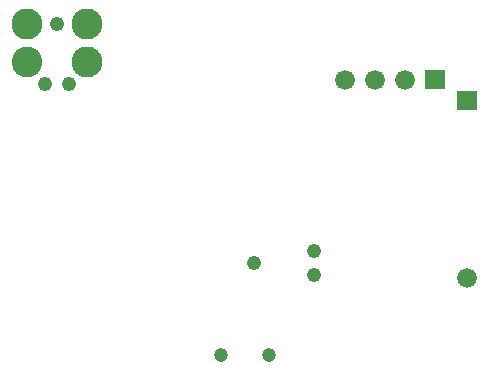
<source format=gbr>
G04 start of page 8 for group -4062 idx -4062 *
G04 Title: (unknown), soldermask *
G04 Creator: pcb 20140316 *
G04 CreationDate: Sun 30 Dec 2018 07:46:55 PM GMT UTC *
G04 For: railfan *
G04 Format: Gerber/RS-274X *
G04 PCB-Dimensions (mil): 2360.00 1310.00 *
G04 PCB-Coordinate-Origin: lower left *
%MOIN*%
%FSLAX25Y25*%
%LNBOTTOMMASK*%
%ADD84C,0.0470*%
%ADD83C,0.0660*%
%ADD82C,0.0001*%
%ADD81C,0.0490*%
%ADD80C,0.1025*%
%ADD79C,0.1035*%
G54D79*X98500Y120500D03*
Y108000D03*
G54D80*X78500D03*
G54D79*Y120500D03*
G54D81*X88500D03*
X92500Y100500D03*
X84500D03*
G54D82*G36*
X211200Y105300D02*Y98700D01*
X217800D01*
Y105300D01*
X211200D01*
G37*
G54D83*X204500Y102000D03*
X194500D03*
X184500D03*
G54D81*X154000Y41000D03*
X174000Y45000D03*
Y37000D03*
G54D84*X143028Y10150D03*
X158972D03*
G54D82*G36*
X221700Y98300D02*Y91700D01*
X228300D01*
Y98300D01*
X221700D01*
G37*
G54D83*X225000Y36000D03*
M02*

</source>
